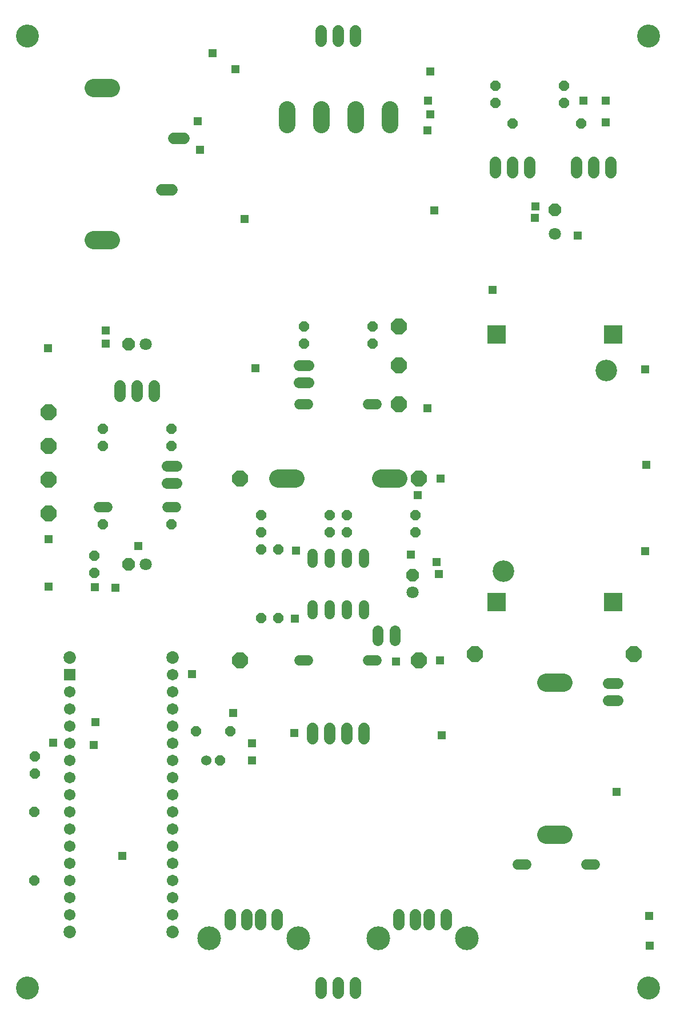
<source format=gbr>
G04 EAGLE Gerber RS-274X export*
G75*
%MOMM*%
%FSLAX34Y34*%
%LPD*%
%INSoldermask Top*%
%IPPOS*%
%AMOC8*
5,1,8,0,0,1.08239X$1,22.5*%
G01*
%ADD10C,3.403200*%
%ADD11C,2.451100*%
%ADD12P,1.951982X8X112.500000*%
%ADD13C,1.803400*%
%ADD14P,1.649562X8X22.500000*%
%ADD15P,1.649562X8X202.500000*%
%ADD16C,1.727200*%
%ADD17C,2.743200*%
%ADD18C,1.524000*%
%ADD19P,1.951982X8X202.500000*%
%ADD20P,1.649562X8X292.500000*%
%ADD21R,2.703200X2.703200*%
%ADD22C,3.203200*%
%ADD23R,1.711200X1.711200*%
%ADD24C,1.711200*%
%ADD25C,1.854200*%
%ADD26P,1.649562X8X112.500000*%
%ADD27C,1.524000*%
%ADD28C,1.661200*%
%ADD29C,3.519200*%
%ADD30C,1.625600*%
%ADD31P,2.556822X8X22.500000*%
%ADD32R,1.209600X1.209600*%


D10*
X950000Y1440000D03*
X950000Y30000D03*
X30000Y30000D03*
X30000Y1440000D03*
D11*
X566200Y1331240D02*
X566200Y1308761D01*
X515400Y1308761D02*
X515400Y1331240D01*
X464600Y1331240D02*
X464600Y1308761D01*
X413800Y1308761D02*
X413800Y1331240D01*
D12*
X811000Y1182780D03*
D13*
X811000Y1147220D03*
D14*
X279600Y410000D03*
X330400Y410000D03*
D15*
X850100Y1310700D03*
X748500Y1310700D03*
D16*
X464600Y1432380D02*
X464600Y1447620D01*
X490000Y1447620D02*
X490000Y1432380D01*
X515400Y1432380D02*
X515400Y1447620D01*
D17*
X798300Y482522D02*
X823700Y482522D01*
X823700Y257478D02*
X798300Y257478D01*
D18*
X445804Y895000D02*
X432596Y895000D01*
X534196Y895000D02*
X547404Y895000D01*
D16*
X244230Y1211900D02*
X228990Y1211900D01*
X246770Y1288100D02*
X262010Y1288100D01*
X464600Y37620D02*
X464600Y22380D01*
X490000Y22380D02*
X490000Y37620D01*
X515400Y37620D02*
X515400Y22380D01*
D19*
X180050Y657500D03*
D13*
X205450Y657500D03*
D16*
X528100Y414820D02*
X528100Y399580D01*
X502700Y399580D02*
X502700Y414820D01*
X477300Y414820D02*
X477300Y399580D01*
X451900Y399580D02*
X451900Y414820D01*
D17*
X553500Y785000D02*
X578900Y785000D01*
X426500Y785000D02*
X401100Y785000D01*
D14*
X141950Y858500D03*
X243550Y858500D03*
D15*
X243550Y833100D03*
X141950Y833100D03*
D16*
X167350Y906180D02*
X167350Y921420D01*
X192750Y921420D02*
X192750Y906180D01*
X218150Y906180D02*
X218150Y921420D01*
D14*
X439200Y1010000D03*
X540800Y1010000D03*
D15*
X540800Y984600D03*
X439200Y984600D03*
D18*
X250154Y742300D02*
X236946Y742300D01*
X148554Y742300D02*
X135346Y742300D01*
X857696Y213000D02*
X870904Y213000D01*
X769304Y213000D02*
X756096Y213000D01*
D20*
X128750Y670200D03*
X128750Y644800D03*
D14*
X141950Y716900D03*
X243550Y716900D03*
D16*
X723000Y1237680D02*
X723000Y1252920D01*
X748400Y1252920D02*
X748400Y1237680D01*
X773800Y1237680D02*
X773800Y1252920D01*
X843000Y1252920D02*
X843000Y1237680D01*
X868400Y1237680D02*
X868400Y1252920D01*
X893800Y1252920D02*
X893800Y1237680D01*
D17*
X153200Y1362522D02*
X127800Y1362522D01*
X127800Y1137478D02*
X153200Y1137478D01*
D21*
X897360Y998120D03*
X724640Y998120D03*
X724640Y601880D03*
X897360Y601880D03*
D22*
X887200Y944780D03*
X734800Y647600D03*
D23*
X92800Y494400D03*
D24*
X92800Y469000D03*
X92800Y443600D03*
X92800Y418200D03*
X92800Y392800D03*
X92800Y367400D03*
X92800Y342000D03*
X92800Y316600D03*
X92800Y291200D03*
X92800Y265800D03*
X92800Y240400D03*
X92800Y215000D03*
X245200Y494400D03*
X245200Y469000D03*
X245200Y443600D03*
X245200Y418200D03*
X245200Y392800D03*
X245200Y367400D03*
X245200Y316600D03*
X245200Y291200D03*
X245200Y240400D03*
X245200Y215000D03*
X245200Y265800D03*
X245200Y342000D03*
X92800Y189600D03*
X92800Y164200D03*
X92800Y138800D03*
X245200Y189600D03*
X245200Y164200D03*
X245200Y138800D03*
D25*
X92800Y113400D03*
X245200Y113400D03*
X245200Y519800D03*
X92800Y519800D03*
D14*
X502700Y730000D03*
X604300Y730000D03*
D15*
X477300Y730000D03*
X375700Y730000D03*
D18*
X528100Y673104D02*
X528100Y659896D01*
X502700Y659896D02*
X502700Y673104D01*
X502700Y596904D02*
X502700Y583696D01*
X528100Y583696D02*
X528100Y596904D01*
X477300Y659896D02*
X477300Y673104D01*
X451900Y673104D02*
X451900Y659896D01*
X477300Y596904D02*
X477300Y583696D01*
X451900Y583696D02*
X451900Y596904D01*
D15*
X604300Y704600D03*
X502700Y704600D03*
D26*
X401100Y577600D03*
X401100Y679200D03*
D20*
X375700Y679200D03*
X375700Y577600D03*
D15*
X477300Y704600D03*
X375700Y704600D03*
D12*
X600100Y641100D03*
D13*
X600100Y615700D03*
D19*
X180050Y983200D03*
D13*
X205450Y983200D03*
D18*
X432596Y515000D02*
X445804Y515000D01*
X534196Y515000D02*
X547404Y515000D01*
D14*
X315160Y367400D03*
D27*
X294840Y367400D03*
D14*
X723000Y1366100D03*
X824600Y1366100D03*
D15*
X824600Y1340700D03*
X723000Y1340700D03*
D28*
X355000Y138390D02*
X355000Y123810D01*
X375000Y123810D02*
X375000Y138390D01*
X330000Y138390D02*
X330000Y123810D01*
X400000Y123810D02*
X400000Y138390D01*
D29*
X299300Y104000D03*
X430700Y104000D03*
D28*
X605000Y123810D02*
X605000Y138390D01*
X625000Y138390D02*
X625000Y123810D01*
X580000Y123810D02*
X580000Y138390D01*
X650000Y138390D02*
X650000Y123810D01*
D29*
X549300Y104000D03*
X680700Y104000D03*
D26*
X40386Y347594D03*
X40386Y372994D03*
D20*
X39878Y291216D03*
X39878Y189616D03*
D30*
X432088Y952236D02*
X446312Y952236D01*
X446312Y926836D02*
X432088Y926836D01*
D31*
X580000Y952500D03*
X580000Y1010000D03*
X580000Y895000D03*
X610000Y785000D03*
X345000Y785000D03*
X345000Y515000D03*
D30*
X889762Y481838D02*
X903986Y481838D01*
X903986Y456438D02*
X889762Y456438D01*
X250812Y803592D02*
X236588Y803592D01*
X236588Y778192D02*
X250812Y778192D01*
D31*
X610000Y515000D03*
D30*
X548386Y545338D02*
X548386Y559562D01*
X573786Y559562D02*
X573786Y545338D01*
D31*
X60750Y783100D03*
X60750Y833100D03*
X60750Y733100D03*
X60750Y883100D03*
X927862Y525018D03*
X692912Y525018D03*
D32*
X626323Y1323902D03*
X886252Y1344021D03*
X886777Y1311746D03*
X362257Y392702D03*
X334509Y437106D03*
X623653Y1343878D03*
X853459Y1344480D03*
X362657Y367102D03*
X424957Y408002D03*
X281903Y1313516D03*
X632651Y1181762D03*
X285081Y1271374D03*
X426377Y577316D03*
X129323Y623508D03*
X638955Y643178D03*
X146133Y984556D03*
X145447Y1003934D03*
X782207Y1187996D03*
X598189Y672398D03*
X635909Y660714D03*
X159915Y623276D03*
X781445Y1170470D03*
X845199Y1144562D03*
X193951Y684744D03*
X427901Y678154D03*
X576237Y513816D03*
X640753Y515086D03*
X950913Y136806D03*
X902907Y320702D03*
X951421Y93118D03*
X130239Y423572D03*
X68009Y393854D03*
X128207Y390298D03*
X273749Y495200D03*
X170625Y225960D03*
X643827Y404776D03*
X945071Y946558D03*
X946595Y804826D03*
X945071Y677318D03*
X622237Y889154D03*
X367221Y948082D03*
X622237Y1299872D03*
X351727Y1168808D03*
X718757Y1064160D03*
X607841Y759774D03*
X641623Y784920D03*
X337757Y1391058D03*
X627063Y1387248D03*
X304483Y1414934D03*
X60263Y977292D03*
X61279Y694844D03*
X61025Y624486D03*
M02*

</source>
